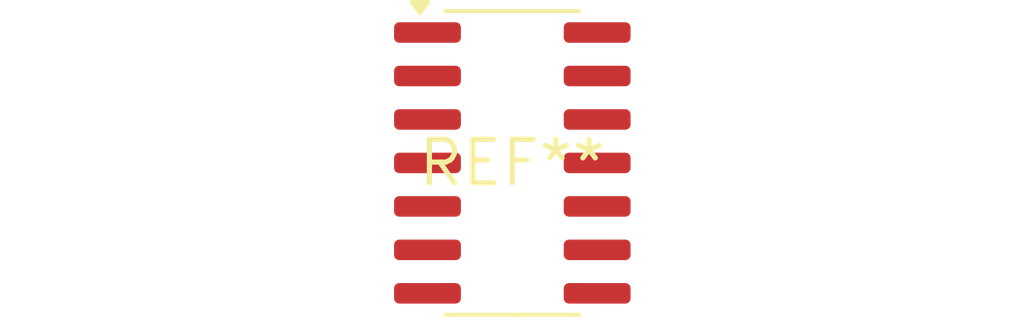
<source format=kicad_pcb>
(kicad_pcb (version 20240108) (generator pcbnew)
  (layers (0 "F.Cu" signal) (31 "B.Cu" signal) (34 "B.Paste" user) (35 "F.Paste" user) (36 "B.SilkS" user "B.Silkscreen") (37 "F.SilkS" user "F.Silkscreen") (38 "B.Mask" user) (39 "F.Mask" user) (44 "Edge.Cuts" user))
  (net 0 "")
  (footprint "SOIC-14_3.9x8.7mm_P1.27mm" (layer "F.Cu") (at 0 0)
    (property "Reference" "REF**")
    (property "Value" "SOIC-14_3.9x8.7mm_P1.27mm")
    (fp_line (start 0 -4.435) (end -1.95 -4.435) (layer "F.SilkS") (stroke (width 0.12)))
    (fp_line (start 0 -4.435) (end 1.95 -4.435) (layer "F.SilkS") (stroke (width 0.12)))
    (fp_line (start 0 4.435) (end -1.95 4.435) (layer "F.SilkS") (stroke (width 0.12)))
    (fp_line (start 0 4.435) (end 1.95 4.435) (layer "F.SilkS") (stroke (width 0.12)))
    (fp_poly (pts (xy -2.7 -4.37) (xy -2.94 -4.7) (xy -2.46 -4.7) (xy -2.7 -4.37)) (layer "F.SilkS") (stroke (width 0.12)) (fill solid))
    (pad "1" smd roundrect (at -2.475 -3.81) (size 1.95 0.6) (layers "F.Cu" "F.Paste" "F.Mask"))
    (pad "2" smd roundrect (at -2.475 -2.54) (size 1.95 0.6) (layers "F.Cu" "F.Paste" "F.Mask"))
    (pad "3" smd roundrect (at -2.475 -1.27) (size 1.95 0.6) (layers "F.Cu" "F.Paste" "F.Mask"))
    (pad "4" smd roundrect (at -2.475 0) (size 1.95 0.6) (layers "F.Cu" "F.Paste" "F.Mask"))
    (pad "5" smd roundrect (at -2.475 1.27) (size 1.95 0.6) (layers "F.Cu" "F.Paste" "F.Mask"))
    (pad "6" smd roundrect (at -2.475 2.54) (size 1.95 0.6) (layers "F.Cu" "F.Paste" "F.Mask"))
    (pad "7" smd roundrect (at -2.475 3.81) (size 1.95 0.6) (layers "F.Cu" "F.Paste" "F.Mask"))
    (pad "8" smd roundrect (at 2.475 3.81) (size 1.95 0.6) (layers "F.Cu" "F.Paste" "F.Mask"))
    (pad "9" smd roundrect (at 2.475 2.54) (size 1.95 0.6) (layers "F.Cu" "F.Paste" "F.Mask"))
    (pad "10" smd roundrect (at 2.475 1.27) (size 1.95 0.6) (layers "F.Cu" "F.Paste" "F.Mask"))
    (pad "11" smd roundrect (at 2.475 0) (size 1.95 0.6) (layers "F.Cu" "F.Paste" "F.Mask"))
    (pad "12" smd roundrect (at 2.475 -1.27) (size 1.95 0.6) (layers "F.Cu" "F.Paste" "F.Mask"))
    (pad "13" smd roundrect (at 2.475 -2.54) (size 1.95 0.6) (layers "F.Cu" "F.Paste" "F.Mask"))
    (pad "14" smd roundrect (at 2.475 -3.81) (size 1.95 0.6) (layers "F.Cu" "F.Paste" "F.Mask"))
  )
)
</source>
